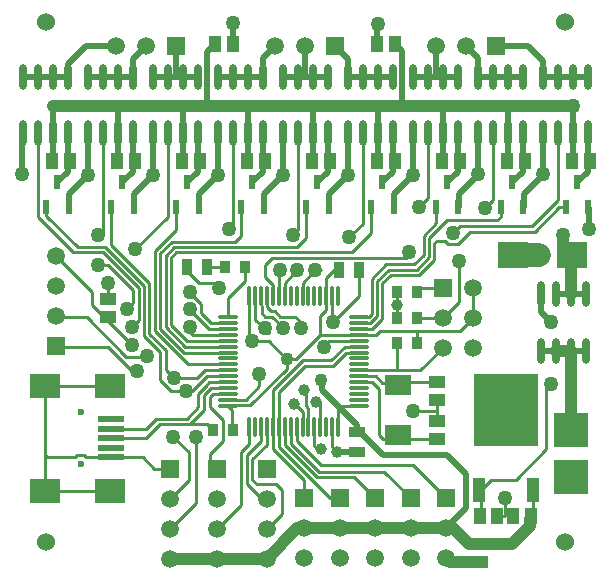
<source format=gtl>
%FSLAX43Y43*%
%MOMM*%
G71*
G01*
G75*
G04 Layer_Physical_Order=1*
G04 Layer_Color=255*
%ADD10R,0.900X1.000*%
%ADD11R,2.500X2.000*%
%ADD12R,2.300X0.500*%
%ADD13R,2.600X2.200*%
%ADD14R,0.900X1.400*%
%ADD15R,1.100X1.400*%
%ADD16O,0.600X2.200*%
%ADD17R,0.600X1.300*%
%ADD18R,1.400X1.100*%
G04:AMPARAMS|DCode=19|XSize=1.7mm|YSize=2.2mm|CornerRadius=0.043mm|HoleSize=0mm|Usage=FLASHONLY|Rotation=90.000|XOffset=0mm|YOffset=0mm|HoleType=Round|Shape=RoundedRectangle|*
%AMROUNDEDRECTD19*
21,1,1.700,2.115,0,0,90.0*
21,1,1.615,2.200,0,0,90.0*
1,1,0.085,1.058,0.808*
1,1,0.085,1.058,-0.808*
1,1,0.085,-1.058,-0.808*
1,1,0.085,-1.058,0.808*
%
%ADD19ROUNDEDRECTD19*%
%ADD20O,1.800X0.300*%
%ADD21O,0.300X1.800*%
%ADD22R,1.400X0.900*%
%ADD23R,1.000X2.100*%
%ADD24R,5.400X6.200*%
%ADD25C,0.254*%
%ADD26C,0.500*%
%ADD27C,1.000*%
%ADD28C,2.000*%
%ADD29C,0.600*%
%ADD30R,1.500X1.500*%
%ADD31C,1.500*%
%ADD32R,3.000X3.000*%
%ADD33R,1.500X1.500*%
%ADD34C,1.524*%
%ADD35C,1.270*%
%ADD36C,1.100*%
%ADD37C,1.000*%
D10*
X17150Y12500D02*
D03*
X18850D02*
D03*
X32750Y24200D02*
D03*
X34450D02*
D03*
X18150Y26300D02*
D03*
X19850D02*
D03*
X32750Y19900D02*
D03*
X34450D02*
D03*
X32750Y22000D02*
D03*
X34450D02*
D03*
D11*
X8450Y7350D02*
D03*
Y16250D02*
D03*
X2950D02*
D03*
Y7350D02*
D03*
D12*
X8550Y10200D02*
D03*
Y11000D02*
D03*
Y11800D02*
D03*
Y12600D02*
D03*
Y13400D02*
D03*
D13*
X42600Y27300D02*
D03*
X47600D02*
D03*
D14*
X27850Y26000D02*
D03*
X29550D02*
D03*
X14950Y26300D02*
D03*
X16650D02*
D03*
D15*
X42050Y35300D02*
D03*
X43550D02*
D03*
X47550D02*
D03*
X49050D02*
D03*
X3550D02*
D03*
X5050D02*
D03*
X20050D02*
D03*
X21550D02*
D03*
X9050D02*
D03*
X10550D02*
D03*
X25550D02*
D03*
X27050D02*
D03*
X14550D02*
D03*
X16050D02*
D03*
X31050D02*
D03*
X32550D02*
D03*
X36550D02*
D03*
X38050D02*
D03*
X18850Y45200D02*
D03*
X17350D02*
D03*
X31050Y45200D02*
D03*
X32550D02*
D03*
X42550Y5200D02*
D03*
X44050D02*
D03*
X41250Y5200D02*
D03*
X39750D02*
D03*
D16*
X48905Y42400D02*
D03*
X47635D02*
D03*
X46365D02*
D03*
X45095D02*
D03*
X48905Y37600D02*
D03*
X47635D02*
D03*
X46365D02*
D03*
X45095D02*
D03*
X43405Y42400D02*
D03*
X42135D02*
D03*
X40865D02*
D03*
X39595D02*
D03*
X43405Y37600D02*
D03*
X42135D02*
D03*
X40865D02*
D03*
X39595D02*
D03*
X37905Y42400D02*
D03*
X36635D02*
D03*
X35365D02*
D03*
X34095D02*
D03*
X37905Y37600D02*
D03*
X36635D02*
D03*
X35365D02*
D03*
X34095D02*
D03*
X32405Y42400D02*
D03*
X31135D02*
D03*
X29865D02*
D03*
X28595D02*
D03*
X32405Y37600D02*
D03*
X31135D02*
D03*
X29865D02*
D03*
X28595D02*
D03*
X10405Y42400D02*
D03*
X9135D02*
D03*
X7865D02*
D03*
X6595D02*
D03*
X10405Y37600D02*
D03*
X9135D02*
D03*
X7865D02*
D03*
X6595D02*
D03*
X26905Y42400D02*
D03*
X25635D02*
D03*
X24365D02*
D03*
X23095D02*
D03*
X26905Y37600D02*
D03*
X25635D02*
D03*
X24365D02*
D03*
X23095D02*
D03*
X4905Y42400D02*
D03*
X3635D02*
D03*
X2365D02*
D03*
X1095D02*
D03*
X4905Y37600D02*
D03*
X3635D02*
D03*
X2365D02*
D03*
X1095D02*
D03*
X21405Y42400D02*
D03*
X20135D02*
D03*
X18865D02*
D03*
X17595D02*
D03*
X21405Y37600D02*
D03*
X20135D02*
D03*
X18865D02*
D03*
X17595D02*
D03*
X15905Y42400D02*
D03*
X14635D02*
D03*
X13365D02*
D03*
X12095D02*
D03*
X15905Y37600D02*
D03*
X14635D02*
D03*
X13365D02*
D03*
X12095D02*
D03*
X48705Y24000D02*
D03*
X47435D02*
D03*
X46165D02*
D03*
X44895D02*
D03*
X48705Y19200D02*
D03*
X47435D02*
D03*
X46165D02*
D03*
X44895D02*
D03*
D17*
X48000Y33450D02*
D03*
X48950Y31350D02*
D03*
X47050D02*
D03*
X42500Y33450D02*
D03*
X43450Y31350D02*
D03*
X41550D02*
D03*
X37000Y33450D02*
D03*
X37950Y31350D02*
D03*
X36050D02*
D03*
X15000Y33450D02*
D03*
X15950Y31350D02*
D03*
X14050D02*
D03*
X31500Y33450D02*
D03*
X32450Y31350D02*
D03*
X30550D02*
D03*
X9500Y33450D02*
D03*
X10450Y31350D02*
D03*
X8550D02*
D03*
X26000Y33450D02*
D03*
X26950Y31350D02*
D03*
X25050D02*
D03*
X4000Y33450D02*
D03*
X4950Y31350D02*
D03*
X3050D02*
D03*
X20500Y33450D02*
D03*
X21450Y31350D02*
D03*
X19550D02*
D03*
D18*
X8300Y23550D02*
D03*
Y22050D02*
D03*
X36100Y13250D02*
D03*
Y11750D02*
D03*
X36100Y15050D02*
D03*
Y16550D02*
D03*
X39800Y1350D02*
D03*
Y2850D02*
D03*
D19*
X32800Y12100D02*
D03*
Y16300D02*
D03*
D20*
X29550Y14550D02*
D03*
X29550Y15050D02*
D03*
Y15550D02*
D03*
Y16050D02*
D03*
Y16550D02*
D03*
Y17050D02*
D03*
Y17550D02*
D03*
Y18050D02*
D03*
Y18550D02*
D03*
Y19050D02*
D03*
Y19550D02*
D03*
X29550Y20050D02*
D03*
Y20550D02*
D03*
X29550Y21050D02*
D03*
Y21550D02*
D03*
Y22050D02*
D03*
X18450D02*
D03*
Y21550D02*
D03*
Y21050D02*
D03*
Y20550D02*
D03*
Y20050D02*
D03*
X18450Y19550D02*
D03*
Y19050D02*
D03*
Y18550D02*
D03*
X18450Y18050D02*
D03*
Y17550D02*
D03*
Y17050D02*
D03*
Y16550D02*
D03*
Y16050D02*
D03*
X18450Y15550D02*
D03*
Y15050D02*
D03*
X18450Y14550D02*
D03*
D21*
X27750Y23850D02*
D03*
X27250D02*
D03*
X26750D02*
D03*
X26250Y23850D02*
D03*
X25750D02*
D03*
X25250Y23850D02*
D03*
X24750D02*
D03*
X24250D02*
D03*
X23750D02*
D03*
X23250D02*
D03*
X22750D02*
D03*
X22250D02*
D03*
X21750D02*
D03*
X21250D02*
D03*
X20750D02*
D03*
X20250D02*
D03*
X20250Y12750D02*
D03*
X20750Y12750D02*
D03*
X21250D02*
D03*
X21750Y12750D02*
D03*
X22250D02*
D03*
X22750D02*
D03*
X23250D02*
D03*
X23750D02*
D03*
X24250Y12750D02*
D03*
X24750D02*
D03*
X25250Y12750D02*
D03*
X25750D02*
D03*
X26250D02*
D03*
X26750D02*
D03*
X27250D02*
D03*
X27750D02*
D03*
D22*
X29400Y10650D02*
D03*
Y12350D02*
D03*
D23*
X39715Y7425D02*
D03*
X44285Y7425D02*
D03*
D24*
X42000Y14175D02*
D03*
D25*
X38000Y23360D02*
Y26800D01*
X44250Y7290D02*
X44385Y7425D01*
X44250Y5200D02*
Y7290D01*
X6900Y23100D02*
X10300Y19700D01*
X24200Y18500D02*
X26250Y20550D01*
X23400Y18500D02*
X24200D01*
X21900Y20000D02*
X23300Y18600D01*
X23400Y18500D01*
X23400Y17700D02*
Y18500D01*
X20273Y14573D02*
X23400Y17700D01*
X18473Y14573D02*
X20273D01*
X26250Y20550D02*
Y22150D01*
X20500Y20000D02*
X21900D01*
X22250Y15850D02*
X24800Y18400D01*
X22750Y15708D02*
X24988Y17946D01*
X27349D02*
X28453Y19050D01*
X24988Y17946D02*
X27349D01*
X27160Y18400D02*
X28310Y19550D01*
X26961Y20050D02*
X29550D01*
X26600Y19689D02*
X26961Y20050D01*
X26600Y19689D02*
X26600D01*
X26600Y19500D02*
Y19689D01*
X28310Y19550D02*
X29550D01*
X22750Y12750D02*
Y15708D01*
X28453Y19050D02*
X29550D01*
X22250Y12750D02*
Y15850D01*
X24800Y18400D02*
X27160D01*
X16000Y24900D02*
X17300D01*
X14950Y25950D02*
X16000Y24900D01*
X17300D02*
X17700Y24500D01*
X19900Y25100D02*
Y26250D01*
X18450Y23650D02*
X19900Y25100D01*
X18450Y22050D02*
Y23650D01*
X18000Y11600D02*
Y13300D01*
X16900Y10500D02*
X18000Y11600D01*
X16900Y9800D02*
Y10500D01*
X16650Y13000D02*
X17150Y12500D01*
X18450Y14550D02*
X18800Y14200D01*
Y12800D02*
Y14200D01*
X17473Y13827D02*
X18000Y13300D01*
X16400Y14200D02*
Y15442D01*
X15200Y13000D02*
X16400Y14200D01*
X12700Y13000D02*
X16650D01*
X15900Y14400D02*
Y15584D01*
X14954Y13454D02*
X15900Y14400D01*
X12354Y13454D02*
X14954D01*
X15700Y12000D02*
X15700Y12000D01*
Y11900D02*
Y12000D01*
X16900Y14400D02*
X17473Y13827D01*
X16900Y14400D02*
Y15300D01*
X17473Y13827D02*
X17473D01*
X3900Y22040D02*
X6460D01*
X3900Y19500D02*
X8300D01*
X6449Y10200D02*
X8550D01*
X6272Y10377D02*
X6449Y10200D01*
X5628Y10377D02*
X6272D01*
X5451Y10200D02*
X5628Y10377D01*
X3150Y10200D02*
X5451D01*
X2950Y10400D02*
X3150Y10200D01*
X2950Y10400D02*
Y16250D01*
Y7350D02*
Y10400D01*
Y7350D02*
X8450D01*
X2950Y16250D02*
X8450D01*
X8550Y12600D02*
X11500D01*
X8550Y12600D02*
X8550Y12600D01*
Y11800D02*
X11500D01*
X8550Y11800D02*
X8550Y11800D01*
X8550Y10200D02*
X8550Y10200D01*
X29550Y23850D02*
Y26000D01*
X27300Y21600D02*
X29550Y23850D01*
X26750Y23850D02*
Y25350D01*
X27400Y26000D01*
X27850D01*
X32750Y17600D02*
X32800Y17550D01*
X34730D01*
X29550D02*
X32800D01*
X32750Y17600D02*
Y19900D01*
X38063Y20883D02*
X39140Y21960D01*
X34730Y17550D02*
X36600Y19420D01*
X31840Y26524D02*
X34224D01*
X30600Y22300D02*
Y25284D01*
X32028Y26070D02*
X34412D01*
X31054Y22112D02*
Y25096D01*
X30600Y25284D02*
X31840Y26524D01*
X31054Y25096D02*
X32028Y26070D01*
X32216Y25616D02*
X34600D01*
X31508Y24908D02*
X32216Y25616D01*
X31508Y21924D02*
Y24908D01*
X33471Y27071D02*
X34000Y27600D01*
X33800D02*
X34000D01*
X25800Y26000D02*
X26300D01*
X22171Y27071D02*
X33471D01*
X21600Y26500D02*
X22171Y27071D01*
X21600Y25425D02*
Y26500D01*
Y25425D02*
X22250Y24775D01*
Y23850D02*
Y24775D01*
X22750Y23850D02*
Y25950D01*
X22800Y26000D01*
X23250Y24950D02*
X24300Y26000D01*
X23250Y23850D02*
Y24950D01*
X24750D02*
X26000Y26200D01*
X24750Y23850D02*
Y24950D01*
X14051Y27525D02*
X28925D01*
X13863Y27979D02*
X24279D01*
X25050Y28750D01*
X34600Y25616D02*
X35908Y26924D01*
X34412Y26070D02*
X35454Y27112D01*
Y28754D01*
X35000Y28942D02*
X36050Y29992D01*
X35000Y27300D02*
Y28942D01*
X34224Y26524D02*
X35000Y27300D01*
X36050Y29992D02*
Y31350D01*
X36600Y21960D02*
X38000Y23360D01*
X39140Y21960D02*
Y24500D01*
X36560Y22000D02*
X36600Y21960D01*
X34450Y22000D02*
X36560D01*
X30657Y21073D02*
X31508Y21924D01*
X29573Y21073D02*
X30657D01*
X29550Y21050D02*
X29573Y21073D01*
X46400Y32000D02*
Y37565D01*
X41550Y30550D02*
Y31350D01*
X30492Y21550D02*
X31054Y22112D01*
X29550Y21550D02*
X30492D01*
X40200Y31300D02*
X40865Y31965D01*
Y37600D01*
X30350Y22050D02*
X30600Y22300D01*
X29550Y22050D02*
X30350D01*
X34600Y31400D02*
X35365Y32165D01*
X11784Y20658D02*
X13154Y19288D01*
Y17600D02*
Y19288D01*
Y17600D02*
X13778Y16976D01*
Y16876D02*
X13897D01*
X16508Y17550D02*
X18450D01*
X15834Y16876D02*
X16508Y17550D01*
X13897Y16876D02*
X15834D01*
X16650Y17050D02*
X18450D01*
X15400Y15800D02*
X16650Y17050D01*
X14900Y15800D02*
X15400D01*
X46365Y37600D02*
X46400Y37565D01*
X24000Y14700D02*
X24100D01*
X24750Y14050D01*
Y12750D02*
Y14050D01*
X25250Y12750D02*
Y14380D01*
X35365Y32165D02*
Y37600D01*
X25900Y14900D02*
X26100D01*
X26250Y14750D01*
Y12750D02*
Y14750D01*
X36100Y14100D02*
Y15050D01*
Y13250D02*
Y14100D01*
X34100D02*
X36100D01*
Y15050D02*
X36100Y15050D01*
X31550Y11750D02*
X36100D01*
X31200Y12100D02*
X31550Y11750D01*
X31200Y12100D02*
Y16000D01*
X32600Y16500D02*
X32800Y16300D01*
X31500Y16500D02*
X32600D01*
X30950Y17050D02*
X31500Y16500D01*
X33050Y16550D02*
X36100D01*
X32800Y16300D02*
X33050Y16550D01*
X30650D02*
X31200Y16000D01*
X29550Y16550D02*
X30650D01*
X29550Y17050D02*
X30950D01*
X29865Y29965D02*
Y37600D01*
X28700Y28800D02*
X29865Y29965D01*
X24365Y29465D02*
Y37600D01*
X23900Y29000D02*
X24365Y29465D01*
X25050Y28750D02*
Y31350D01*
X18800Y29500D02*
X18865Y29565D01*
X18500Y29500D02*
X18800D01*
X18865Y29565D02*
Y37600D01*
X19550Y28950D02*
Y31350D01*
X19033Y28433D02*
X19550Y28950D01*
X7400Y29000D02*
X7700D01*
X15200Y24100D02*
X16162Y23138D01*
X15200Y24100D02*
Y24200D01*
X16162Y22380D02*
Y23138D01*
Y22380D02*
X16992Y21550D01*
X18450D01*
X10422Y23222D02*
Y24352D01*
X9900Y22700D02*
X10422Y23222D01*
X15200Y22500D02*
Y22700D01*
X15400Y22500D02*
X16850Y21050D01*
X18450D01*
X10876Y21776D02*
Y24540D01*
X10300Y21200D02*
X10876Y21776D01*
X15200Y20800D02*
Y21200D01*
Y20800D02*
X15450Y20550D01*
X18450D01*
X11330Y20470D02*
Y24728D01*
X11784Y20658D02*
Y24916D01*
X8550Y28150D02*
Y31350D01*
X14960Y20050D02*
X18450D01*
X13600Y21410D02*
X14960Y20050D01*
X14818Y19550D02*
X18450D01*
X13146Y21222D02*
X14818Y19550D01*
X14676Y19050D02*
X18450D01*
X12692Y21034D02*
X14676Y19050D01*
X30550Y29150D02*
Y31350D01*
X28925Y27525D02*
X30550Y29150D01*
X21100Y16200D02*
Y17200D01*
X19950Y15050D02*
X21100Y16200D01*
X18450Y15050D02*
X19950D01*
X27250Y21650D02*
X27300Y21600D01*
X27250Y21650D02*
Y23850D01*
X26250Y22150D02*
X26750Y22650D01*
Y23850D01*
X27750Y14550D02*
X29550D01*
X26250Y20550D02*
X29550D01*
X20250Y20250D02*
Y23850D01*
X27750Y12750D02*
Y14550D01*
X18450D02*
X18473Y14573D01*
X7870Y27546D02*
X10876Y24540D01*
X8058Y28000D02*
X11330Y24728D01*
X8550Y28150D02*
X11784Y24916D01*
X10600Y27800D02*
X13365Y30565D01*
Y37600D01*
X12238Y20846D02*
Y27638D01*
X14050Y29450D01*
Y31350D01*
X12692Y21034D02*
Y27450D01*
X13675Y28433D01*
X19033D01*
X13146Y21222D02*
Y27262D01*
X13863Y27979D01*
X13600Y21410D02*
Y27074D01*
X14051Y27525D01*
X14950Y25950D02*
Y26300D01*
X19850Y26300D02*
X19900Y26250D01*
X16650Y26300D02*
X18150D01*
X16650Y26300D02*
X16650Y26300D01*
X20250Y20250D02*
X20500Y20000D01*
X20750Y21850D02*
Y23850D01*
X23100Y21100D02*
Y21200D01*
X11500Y18700D02*
X11600Y18800D01*
X21250Y23050D02*
Y23850D01*
Y23050D02*
X21273Y23027D01*
X22200Y22100D02*
X23100Y21200D01*
X21273Y22427D02*
Y23027D01*
Y22427D02*
X21600Y22100D01*
X22200D01*
X21750Y22904D02*
Y23850D01*
Y22904D02*
X22100Y22554D01*
X22388D01*
X22842Y22100D01*
X24100D01*
X24600Y21600D01*
Y21100D02*
Y21600D01*
X10500Y17700D02*
X10700Y17500D01*
X8274Y26500D02*
X10422Y24352D01*
X7400Y26500D02*
X8274D01*
X15200Y22500D02*
X15400D01*
X29140Y8500D02*
X30900Y6740D01*
X31686Y8954D02*
X33900Y6740D01*
X23750Y11350D02*
Y12750D01*
X24900Y6740D02*
Y8274D01*
X22250Y10924D02*
X24900Y8274D01*
X22750Y11066D02*
X27076Y6740D01*
X23250Y11208D02*
Y12750D01*
X22750Y11066D02*
Y12750D01*
X27076Y6740D02*
X27900D01*
X22250Y10924D02*
Y12750D01*
X24250Y11550D02*
Y12750D01*
X34140Y9500D02*
X36900Y6740D01*
X22500Y7900D02*
X23000Y7400D01*
Y5420D02*
Y7400D01*
X21700Y4120D02*
X23000Y5420D01*
X20500Y10000D02*
X21750Y11250D01*
Y12750D01*
X21250Y11550D02*
Y12750D01*
X20046Y10346D02*
X21250Y11550D01*
X20046Y7954D02*
Y10346D01*
Y7954D02*
X21340Y6660D01*
X21700D01*
X20500Y8300D02*
Y10000D01*
Y8300D02*
X20900Y7900D01*
X22500D01*
X17500Y4120D02*
X19500Y6120D01*
Y10600D01*
X20250Y11350D01*
Y12750D01*
X17150Y15550D02*
X18450D01*
X16900Y15300D02*
X17150Y15550D01*
X16900Y9800D02*
X17500Y9200D01*
X8300Y23550D02*
Y24900D01*
X8300Y24900D01*
X13500Y4120D02*
X15700Y6320D01*
Y12000D01*
X13500Y6660D02*
X15100Y8260D01*
X17000Y16042D02*
Y16050D01*
X18450D01*
X16400Y15442D02*
X17000Y16042D01*
X16546Y16230D02*
Y16238D01*
X16858Y16550D02*
X18450D01*
X16546Y16238D02*
X16858Y16550D01*
X15900Y15584D02*
X16546Y16230D01*
X12700Y16700D02*
X13600Y15800D01*
X11330Y20470D02*
X12700Y19100D01*
Y16700D02*
Y19100D01*
X13600Y15800D02*
X14900D01*
X14900Y15800D02*
X14900Y15800D01*
X15100Y8260D02*
Y10600D01*
X13800Y11900D02*
X15100Y10600D01*
X15034Y18050D02*
X18450D01*
X12238Y20846D02*
X15034Y18050D01*
X7700Y29000D02*
X7865Y29165D01*
Y37600D01*
X3050Y30650D02*
Y31350D01*
Y30650D02*
X5700Y28000D01*
X8058D01*
X5354Y27546D02*
X7870D01*
X6900Y23100D02*
Y24220D01*
X3900Y27220D02*
X6900Y24220D01*
X10100Y17700D02*
X10500D01*
X8300Y19500D02*
X10100Y17700D01*
X6460Y22040D02*
X9800Y18700D01*
X11500D01*
X2365Y30535D02*
X5354Y27546D01*
X2365Y30535D02*
Y37600D01*
X12200Y9200D02*
X13500D01*
X11500Y12600D02*
X12354Y13454D01*
X11500Y11800D02*
X12700Y13000D01*
X8550Y10200D02*
X11200D01*
X12200Y9200D01*
X29550Y20550D02*
X30950D01*
X31283Y20883D01*
X32750Y22000D02*
Y23100D01*
Y24200D01*
Y24500D01*
X31283Y20883D02*
X34450D01*
X38063D01*
X34450Y19900D02*
Y20883D01*
X24900Y15900D02*
X25073Y15727D01*
Y14557D02*
X25250Y14380D01*
X25073Y14557D02*
Y15727D01*
X23250Y11208D02*
X25958Y8500D01*
X23750Y11350D02*
X26146Y8954D01*
X24250Y11550D02*
X26300Y9500D01*
X25958Y8500D02*
X29140D01*
X26146Y8954D02*
X31686D01*
X26300Y9500D02*
X34140D01*
X27250Y11100D02*
X27700Y10650D01*
X27250Y11100D02*
Y12750D01*
X25750Y11150D02*
Y12750D01*
Y11150D02*
X26028Y10872D01*
X26288D01*
X34450Y24500D02*
X36600D01*
X41254Y30254D02*
X41550Y30550D01*
X35454Y28754D02*
X36954Y30254D01*
X41254D01*
X37102Y28238D02*
X37898D01*
X37500Y29200D02*
X38100Y29800D01*
X44200D01*
X46400Y32000D01*
X37898Y28238D02*
X38960Y29300D01*
X44400D01*
X46450Y31350D01*
X47050D01*
X35908Y26924D02*
Y28300D01*
X36128Y28520D01*
X36820D01*
X37102Y28238D01*
X29550Y21073D02*
X29573D01*
X13778Y16876D02*
Y16976D01*
X45400Y16000D02*
X45800Y16400D01*
X45400Y10900D02*
Y16000D01*
X39815Y5335D02*
Y7425D01*
Y5335D02*
X39950Y5200D01*
X42750D02*
X42750Y5200D01*
X39815Y7425D02*
X40690Y8300D01*
X42800D01*
X45400Y10900D01*
X42100Y5200D02*
X42750D01*
X20750Y21850D02*
X21900Y20700D01*
X41450Y5200D02*
X41900D01*
Y6700D01*
D26*
X23300Y18600D02*
X23500D01*
X23500Y18600D01*
X23400Y18500D02*
X23500Y18600D01*
X26300Y16700D02*
X26400Y16600D01*
Y15900D02*
Y16600D01*
Y15900D02*
X27750Y14550D01*
X15905Y34355D02*
Y37600D01*
X15000Y33450D02*
X15905Y34355D01*
X27750Y14550D02*
X29400Y12900D01*
Y12350D02*
Y12900D01*
X47435Y24000D02*
X48705D01*
X46165D02*
X47435D01*
X44895Y22505D02*
X45800Y21600D01*
X44895Y22505D02*
Y24000D01*
X45095Y34200D02*
Y37600D01*
Y34095D02*
Y34200D01*
X39595D02*
Y37600D01*
Y34095D02*
Y34200D01*
X38000Y32500D02*
X39595Y34095D01*
X31050Y46850D02*
X31100Y46900D01*
X31050Y45200D02*
Y46850D01*
X18850Y45200D02*
Y46950D01*
X32550Y45200D02*
X33200Y44550D01*
Y39965D02*
Y44550D01*
X16700Y39965D02*
Y44500D01*
X49000Y29500D02*
Y31300D01*
X48950Y31350D02*
X49000Y31300D01*
X1000Y37505D02*
X1095Y37600D01*
X43500Y32500D02*
X45095Y34095D01*
X32450Y31350D02*
X32500Y31400D01*
Y32500D01*
X34095Y34095D01*
Y37600D01*
X27000Y32500D02*
X28595Y34095D01*
Y37600D01*
X21500Y32500D02*
X23095Y34095D01*
Y37600D01*
X16000Y32500D02*
X17595Y34095D01*
Y37600D01*
X10500Y32500D02*
X12095Y34095D01*
Y37600D01*
X6595Y34095D02*
Y37600D01*
X47550Y35300D02*
X47635Y35385D01*
Y37600D01*
X42050Y35300D02*
X42135Y35385D01*
Y37600D01*
X36550Y35300D02*
X36635Y35385D01*
Y37600D01*
X31050Y35300D02*
X31135Y35385D01*
Y37600D01*
X3550Y35300D02*
X3635Y35385D01*
Y37600D01*
X9050Y35300D02*
X9135Y35385D01*
Y37600D01*
X14550Y35300D02*
X14635Y35385D01*
Y37600D01*
X20050Y35300D02*
X20135Y35385D01*
Y37600D01*
X25550Y35300D02*
X25635Y35385D01*
Y37600D01*
X4905Y34355D02*
Y37600D01*
X4000Y33450D02*
X4905Y34355D01*
X10405Y34355D02*
Y37600D01*
X9500Y33450D02*
X10405Y34355D01*
X21405Y34355D02*
Y37600D01*
X20500Y33450D02*
X21405Y34355D01*
X26905Y34355D02*
Y37600D01*
X26000Y33450D02*
X26905Y34355D01*
X32405Y34355D02*
Y37600D01*
X31500Y33450D02*
X32405Y34355D01*
X37905D02*
Y37600D01*
X37000Y33450D02*
X37905Y34355D01*
X43405Y34355D02*
Y37600D01*
X42500Y33450D02*
X43405Y34355D01*
X48905Y34355D02*
Y37600D01*
X48000Y33450D02*
X48905Y34355D01*
X9135Y39900D02*
X9200Y39965D01*
X9135Y37600D02*
Y39900D01*
X14600Y39965D02*
X14635Y39930D01*
Y37600D02*
Y39930D01*
X20135Y39900D02*
X20200Y39965D01*
X20135Y37600D02*
Y39900D01*
X25635Y39800D02*
X25800Y39965D01*
X25635Y37600D02*
Y39800D01*
X31135Y39800D02*
X31300Y39965D01*
X31135Y37600D02*
Y39800D01*
X36500Y39965D02*
X36635Y39830D01*
Y37600D02*
Y39830D01*
X42135Y39900D02*
X42200Y39965D01*
X42135Y37600D02*
Y39900D01*
X47635Y39900D02*
X47700Y39965D01*
X47635Y37600D02*
Y39900D01*
X3635Y37600D02*
Y39965D01*
Y42400D02*
X4905D01*
X2365D02*
X3635D01*
X1095D02*
X2365D01*
X6400Y45000D02*
X8920D01*
X4905Y43505D02*
X6400Y45000D01*
X4905Y42400D02*
Y43505D01*
X9135Y42400D02*
X10405D01*
X7865D02*
X9135D01*
X6595D02*
X7865D01*
X10405Y43945D02*
X11460Y45000D01*
X10405Y42400D02*
Y43945D01*
X14000Y42400D02*
Y45000D01*
Y42400D02*
X14635D01*
X13365D02*
X14000D01*
X14635D02*
X15905D01*
X12095D02*
X13365D01*
X20135D02*
X21405D01*
X18865D02*
X20135D01*
X17595D02*
X18865D01*
X21405Y43985D02*
X22420Y45000D01*
X21405Y42400D02*
Y43985D01*
X24960Y42440D02*
X25000Y42400D01*
X25635D01*
X24365D02*
X25000D01*
X24960Y42440D02*
Y45000D01*
X25635Y42400D02*
X26905D01*
X23095D02*
X24365D01*
X31135D02*
X32405D01*
X29865D02*
X31135D01*
X28595D02*
X29865D01*
X27500Y45000D02*
X28595Y43905D01*
Y42400D02*
Y43905D01*
X35900Y42400D02*
X36020Y42520D01*
X35900Y42400D02*
X36635D01*
X35365D02*
X35900D01*
X36020Y42520D02*
Y45000D01*
X36635Y42400D02*
X37905D01*
X34095D02*
X35365D01*
X47635D02*
X48905D01*
X46365D02*
X47635D01*
X45095D02*
X46365D01*
X41100Y45000D02*
X43800D01*
X45095Y43705D01*
Y42400D02*
Y43705D01*
X42135Y42400D02*
X43405D01*
X40865D02*
X42135D01*
X39595D02*
X40865D01*
X38560Y45000D02*
X39595Y43965D01*
Y42400D02*
Y43965D01*
X5000Y32500D02*
X6595Y34095D01*
X1000Y34200D02*
Y37505D01*
X46600Y8500D02*
X47500D01*
X47250Y8750D02*
X47500Y8500D01*
X29550Y12450D02*
X31600Y10400D01*
X27700Y10650D02*
X29400D01*
X44895Y19200D02*
X46165D01*
X47435D02*
X48705D01*
X16700Y44500D02*
X17600Y45400D01*
X5000Y31100D02*
Y32500D01*
X10500Y31350D02*
Y32500D01*
X16000Y31350D02*
Y32500D01*
X21500Y31200D02*
Y32500D01*
X27000Y31350D02*
Y32500D01*
X38000Y31350D02*
Y32500D01*
X43500Y31350D02*
Y32500D01*
X37000Y10400D02*
X38600Y8800D01*
X31600Y10400D02*
X37000D01*
X38600Y5900D02*
Y8800D01*
X36900Y4200D02*
X38600Y5900D01*
D27*
X13500Y1580D02*
X21700D01*
X47435Y24000D02*
Y26565D01*
Y12565D02*
X47500Y12500D01*
X47435Y12565D02*
Y19200D01*
X31300Y39965D02*
X33200D01*
X14600D02*
X16700D01*
X33300D02*
X36500D01*
X16800D02*
X20200D01*
X9200D02*
X14600D01*
X3635D02*
X9200D01*
X20200D02*
X25800D01*
X31300D01*
X36500D02*
X42200D01*
X24320Y4200D02*
X24900D01*
X21700Y1580D02*
X24320Y4200D01*
X21700Y1580D02*
X21700Y1580D01*
X24900Y4200D02*
X27900D01*
X30900D01*
X33900D01*
X36900D01*
X46165Y19200D02*
X47435D01*
X36900Y1660D02*
X37260Y1300D01*
X46800Y27200D02*
Y29000D01*
Y27200D02*
X47435Y26565D01*
X42200Y39965D02*
X47700D01*
X36900Y4200D02*
X37500D01*
X38850Y2850D01*
X39800D01*
X37260Y1300D02*
X39800D01*
Y2850D02*
X42450D01*
X44000Y4400D01*
Y4950D01*
D28*
X42600Y27300D02*
X44800D01*
D29*
X5950Y14000D02*
D03*
Y9600D02*
D03*
D30*
X36900Y6740D02*
D03*
X33900D02*
D03*
X30900D02*
D03*
X3900Y19600D02*
D03*
X17500Y9200D02*
D03*
X36600Y24500D02*
D03*
X21700Y9200D02*
D03*
X24900Y6740D02*
D03*
X27900D02*
D03*
X13500Y9200D02*
D03*
D31*
X36900Y4200D02*
D03*
Y1660D02*
D03*
X33900Y4200D02*
D03*
Y1660D02*
D03*
X30900Y4200D02*
D03*
Y1660D02*
D03*
X3900Y27220D02*
D03*
Y24680D02*
D03*
Y22140D02*
D03*
X38560Y45000D02*
D03*
X36020D02*
D03*
X17500Y1580D02*
D03*
Y4120D02*
D03*
Y6660D02*
D03*
X24960Y45000D02*
D03*
X22420D02*
D03*
X11460D02*
D03*
X8920D02*
D03*
X39140Y19420D02*
D03*
X36600D02*
D03*
X39140Y21960D02*
D03*
X36600D02*
D03*
X39140Y24500D02*
D03*
X21700Y6660D02*
D03*
Y4120D02*
D03*
Y1580D02*
D03*
X24900Y1660D02*
D03*
Y4200D02*
D03*
X27900Y1660D02*
D03*
Y4200D02*
D03*
X13500Y6660D02*
D03*
Y4120D02*
D03*
Y1580D02*
D03*
D32*
X47500Y8500D02*
D03*
Y12500D02*
D03*
D33*
X41100Y45000D02*
D03*
X27500D02*
D03*
X14000D02*
D03*
D34*
X3000Y3000D02*
D03*
X47000D02*
D03*
Y47000D02*
D03*
X3000D02*
D03*
D35*
X38000Y26800D02*
D03*
X26600Y19500D02*
D03*
X21100Y17200D02*
D03*
X17700Y24500D02*
D03*
X15700Y11900D02*
D03*
X28595Y34095D02*
D03*
X23095D02*
D03*
X17595Y34095D02*
D03*
X12095Y34095D02*
D03*
X44800Y27300D02*
D03*
X45800Y16400D02*
D03*
X47635Y39900D02*
D03*
X46800Y29000D02*
D03*
X45800Y21600D02*
D03*
X33800Y27600D02*
D03*
X25800Y26000D02*
D03*
X22800D02*
D03*
X24300D02*
D03*
X34095Y34095D02*
D03*
X45095Y34200D02*
D03*
X40200Y31300D02*
D03*
X39595Y34200D02*
D03*
X34600Y31400D02*
D03*
X34100Y14100D02*
D03*
X31100Y46900D02*
D03*
X18850Y46950D02*
D03*
X28700Y28800D02*
D03*
X23900Y29000D02*
D03*
X18500Y29500D02*
D03*
X15200Y24200D02*
D03*
X7400Y29000D02*
D03*
Y26500D02*
D03*
X9900Y22700D02*
D03*
X15200Y22700D02*
D03*
X10300Y21200D02*
D03*
X15200Y21200D02*
D03*
X49000Y29500D02*
D03*
X27300Y21600D02*
D03*
X10600Y27800D02*
D03*
X20500Y20000D02*
D03*
X10300Y19700D02*
D03*
X21600Y21100D02*
D03*
X23100Y21100D02*
D03*
X11600Y18800D02*
D03*
X24600Y21100D02*
D03*
X10700Y17500D02*
D03*
X8300Y24900D02*
D03*
X14900Y15800D02*
D03*
X13800Y11900D02*
D03*
X13897Y16876D02*
D03*
X6595Y34095D02*
D03*
X1000Y34200D02*
D03*
X37500Y29200D02*
D03*
X42100Y14175D02*
D03*
Y16100D02*
D03*
Y12300D02*
D03*
X41900Y6700D02*
D03*
D36*
X23400Y18500D02*
D03*
X26300Y16700D02*
D03*
D37*
X24000Y14700D02*
D03*
X24900Y15900D02*
D03*
X25900Y14900D02*
D03*
X32750Y23100D02*
D03*
X27700Y10650D02*
D03*
X26288Y10872D02*
D03*
M02*

</source>
